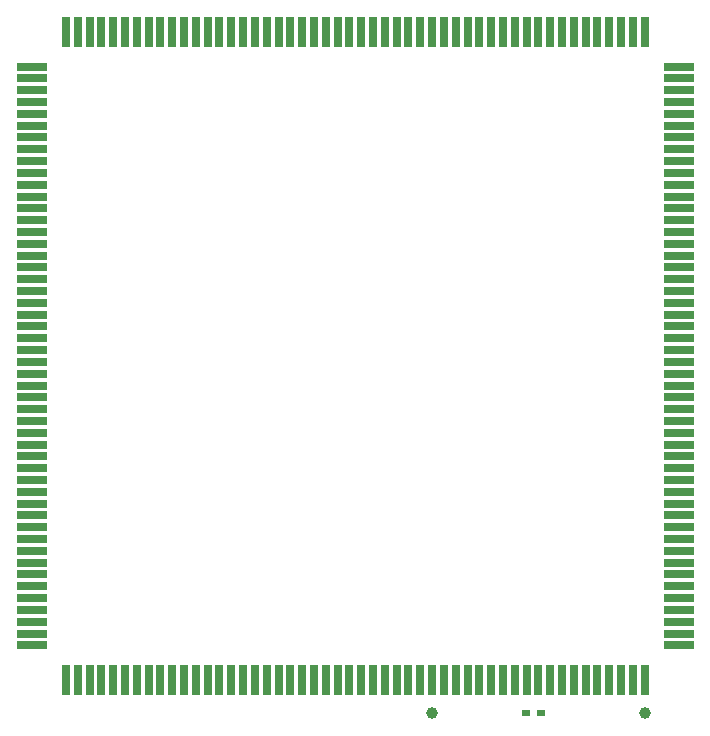
<source format=gbr>
G04 Layer_Color=8421504*
%FSLAX45Y45*%
%MOMM*%
%TF.FileFunction,Paste,Top*%
%TF.Part,Single*%
G01*
G75*
%TA.AperFunction,SMDPad,CuDef*%
%ADD11R,2.50000X0.70000*%
%ADD12R,0.70000X2.50000*%
%ADD13R,0.80000X0.60000*%
%ADD14C,1.00000*%
D11*
X-2259300Y-700100D02*
D03*
Y-600100D02*
D03*
Y-500100D02*
D03*
X-2259300Y-400100D02*
D03*
Y-300100D02*
D03*
X-2259300Y-200100D02*
D03*
Y-100100D02*
D03*
Y-100D02*
D03*
Y99900D02*
D03*
Y199900D02*
D03*
X-2259300Y299900D02*
D03*
X-2259300Y399900D02*
D03*
Y499900D02*
D03*
X-2259300Y599900D02*
D03*
Y699900D02*
D03*
X-2259300Y799900D02*
D03*
Y899900D02*
D03*
X-2259300Y999900D02*
D03*
X-2259300Y1099900D02*
D03*
Y1199900D02*
D03*
Y1299900D02*
D03*
Y1399900D02*
D03*
Y1499900D02*
D03*
X-2259300Y1599900D02*
D03*
Y1699900D02*
D03*
X-2259300Y1799900D02*
D03*
Y1899900D02*
D03*
X-2259300Y1999900D02*
D03*
X-2259300Y2099900D02*
D03*
Y2199900D02*
D03*
Y2299900D02*
D03*
Y2399900D02*
D03*
Y2499900D02*
D03*
Y2599901D02*
D03*
X-2259300Y2699900D02*
D03*
X-2259300Y2799900D02*
D03*
Y2899900D02*
D03*
Y2999900D02*
D03*
Y3099900D02*
D03*
Y3199900D02*
D03*
Y3299900D02*
D03*
X-2259300Y3399900D02*
D03*
X-2259300Y3499900D02*
D03*
Y3599900D02*
D03*
Y3699900D02*
D03*
Y3799900D02*
D03*
Y3899900D02*
D03*
Y3999900D02*
D03*
X-2259300Y4099900D02*
D03*
X3220700Y4199900D02*
D03*
Y4099900D02*
D03*
Y3999900D02*
D03*
Y3899900D02*
D03*
Y3799900D02*
D03*
X3220700Y3699900D02*
D03*
Y3599900D02*
D03*
X3220700Y3499900D02*
D03*
Y3399900D02*
D03*
X3220700Y3299900D02*
D03*
X3220700Y3199900D02*
D03*
Y3099900D02*
D03*
Y2999900D02*
D03*
Y2899900D02*
D03*
Y2799900D02*
D03*
Y2699900D02*
D03*
X3220700Y2599900D02*
D03*
X3220700Y2499900D02*
D03*
Y2399900D02*
D03*
Y2299900D02*
D03*
X3220700Y2199900D02*
D03*
X3220700Y2099900D02*
D03*
Y1999900D02*
D03*
Y1899900D02*
D03*
Y1799900D02*
D03*
Y1699900D02*
D03*
Y1599900D02*
D03*
Y1499900D02*
D03*
Y1399900D02*
D03*
Y1299900D02*
D03*
X3220700Y1199900D02*
D03*
X3220700Y1099900D02*
D03*
Y999900D02*
D03*
X3220700Y899900D02*
D03*
X3220700Y799900D02*
D03*
Y699900D02*
D03*
Y599900D02*
D03*
Y499900D02*
D03*
Y399900D02*
D03*
Y299900D02*
D03*
X3220700Y199900D02*
D03*
X3220700Y99900D02*
D03*
Y-100D02*
D03*
Y-100100D02*
D03*
X3220700Y-200100D02*
D03*
X3220700Y-300100D02*
D03*
Y-400100D02*
D03*
Y-500100D02*
D03*
Y-600100D02*
D03*
Y-700100D02*
D03*
X-2259300Y4199900D02*
D03*
D12*
X2930700Y4489900D02*
D03*
X-1969300Y-990100D02*
D03*
X-1869300Y-990100D02*
D03*
X-1769300D02*
D03*
X-1669300D02*
D03*
X-1569300Y-990100D02*
D03*
X-1469300Y-990100D02*
D03*
X-1369300D02*
D03*
X-1269300D02*
D03*
X-1169300D02*
D03*
X-1069300D02*
D03*
X-969300Y-990100D02*
D03*
X-869300D02*
D03*
X-769300Y-990100D02*
D03*
X-669300D02*
D03*
X-569300Y-990100D02*
D03*
X-469300Y-990100D02*
D03*
X-369300D02*
D03*
X-269300Y-990100D02*
D03*
X-169300Y-990100D02*
D03*
X-69300D02*
D03*
X30700D02*
D03*
X130700Y-990100D02*
D03*
X230700Y-990100D02*
D03*
X330700D02*
D03*
X430700Y-990100D02*
D03*
X530700Y-990100D02*
D03*
X630700D02*
D03*
X730700D02*
D03*
X830700Y-990100D02*
D03*
X930700Y-990100D02*
D03*
X1030700D02*
D03*
X1130700D02*
D03*
X1230700D02*
D03*
X1330700D02*
D03*
X1430700Y-990100D02*
D03*
X1530700Y-990100D02*
D03*
X1630700D02*
D03*
X1730700D02*
D03*
X1830700Y-990100D02*
D03*
X1930700Y-990100D02*
D03*
X2030700D02*
D03*
X2130700D02*
D03*
X2230700D02*
D03*
X2330700D02*
D03*
X2430700D02*
D03*
X2530700D02*
D03*
X2630700D02*
D03*
X2730700Y-990100D02*
D03*
X2830700D02*
D03*
X2930700D02*
D03*
X2830700Y4489900D02*
D03*
X2730700D02*
D03*
X2630700Y4489900D02*
D03*
X2530700Y4489900D02*
D03*
X2430700D02*
D03*
X2330700Y4489900D02*
D03*
X2230700Y4489900D02*
D03*
X2130700D02*
D03*
X2030700D02*
D03*
X1930700D02*
D03*
X1830700D02*
D03*
X1730700D02*
D03*
X1630700D02*
D03*
X1530700D02*
D03*
X1430700D02*
D03*
X1330700D02*
D03*
X1230700D02*
D03*
X1130700D02*
D03*
X1030700D02*
D03*
X930700Y4489900D02*
D03*
X830701Y4489900D02*
D03*
X730700D02*
D03*
X630700D02*
D03*
X530700D02*
D03*
X430700D02*
D03*
X330700D02*
D03*
X230700Y4489900D02*
D03*
X130700Y4489900D02*
D03*
X30700D02*
D03*
X-69300Y4489900D02*
D03*
X-169300D02*
D03*
X-269300Y4489900D02*
D03*
X-369300D02*
D03*
X-469300D02*
D03*
X-569300D02*
D03*
X-669300D02*
D03*
X-769300D02*
D03*
X-869300D02*
D03*
X-969300D02*
D03*
X-1069300D02*
D03*
X-1169300Y4489900D02*
D03*
X-1269300Y4489900D02*
D03*
X-1369300D02*
D03*
X-1469300D02*
D03*
X-1569300D02*
D03*
X-1669300D02*
D03*
X-1769300D02*
D03*
X-1869300D02*
D03*
X-1969300D02*
D03*
D13*
X2049300Y-1269100D02*
D03*
X1929300Y-1269100D02*
D03*
D14*
X2930700Y-1269100D02*
D03*
X1130700D02*
D03*
%TF.MD5,9ABFE1341BD10A85F4C9F071A411F29D*%
M02*

</source>
